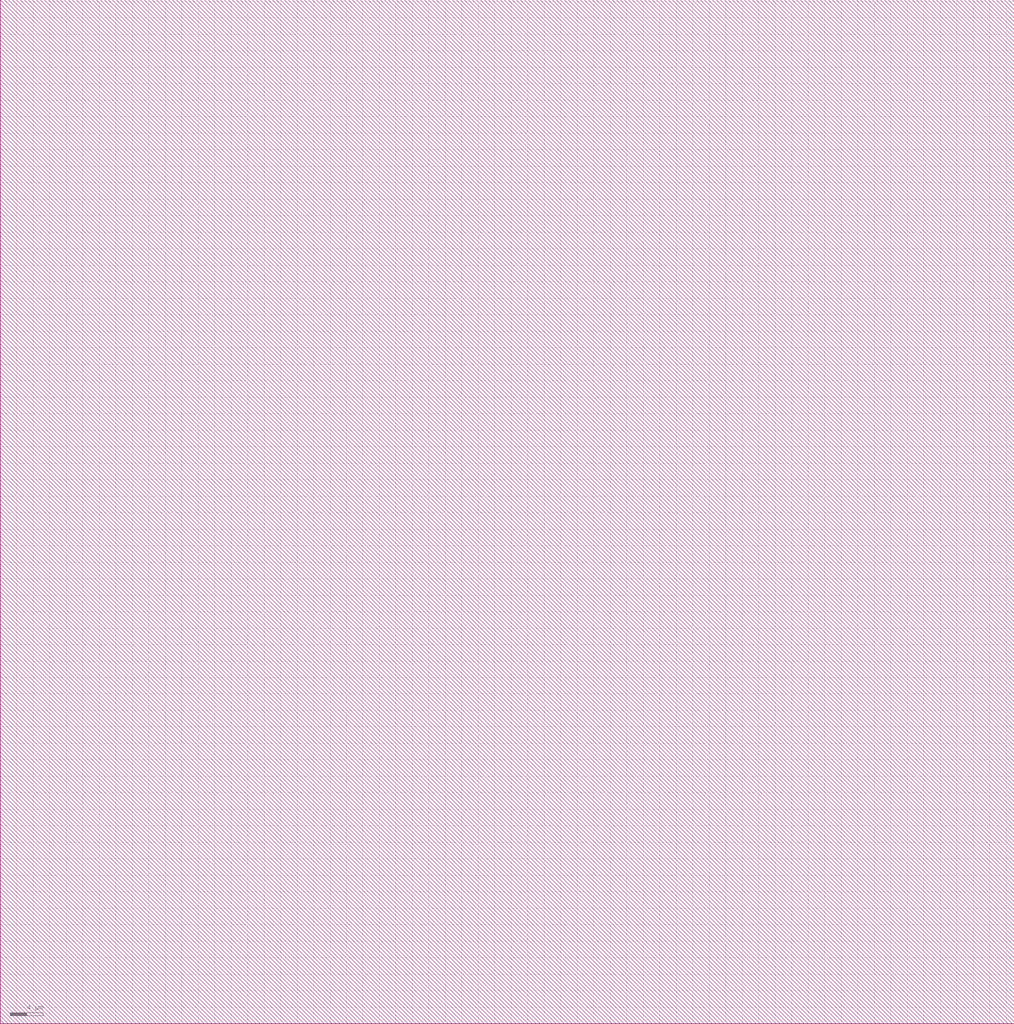
<source format=lef>
VERSION 5.6 ;

BUSBITCHARS "[]" ;

DIVIDERCHAR "/" ;

UNITS
    DATABASE MICRONS 1000 ;
END UNITS

MANUFACTURINGGRID 0.005000 ; 

CLEARANCEMEASURE EUCLIDEAN ; 

USEMINSPACING OBS ON ; 

SITE CoreSite
    CLASS CORE ;
    SIZE 0.600000 BY 0.300000 ;
END CoreSite

LAYER li
   TYPE ROUTING ;
   DIRECTION VERTICAL ;
   MINWIDTH 0.300000 ;
   AREA 0.056250 ;
   WIDTH 0.300000 ;
   SPACINGTABLE
      PARALLELRUNLENGTH 0.0
      WIDTH 0.0 0.225000 ;
   PITCH 0.600000 0.600000 ;
END li

LAYER mcon
    TYPE CUT ;
    SPACING 0.225000 ;
    WIDTH 0.300000 ;
    ENCLOSURE ABOVE 0.075000 0.075000 ;
    ENCLOSURE BELOW 0.000000 0.000000 ;
END mcon

LAYER met1
   TYPE ROUTING ;
   DIRECTION HORIZONTAL ;
   MINWIDTH 0.150000 ;
   AREA 0.084375 ;
   WIDTH 0.150000 ;
   SPACINGTABLE
      PARALLELRUNLENGTH 0.0
      WIDTH 0.0 0.150000 ;
   PITCH 0.300000 0.300000 ;
END met1

LAYER v1
    TYPE CUT ;
    SPACING 0.075000 ;
    WIDTH 0.300000 ;
    ENCLOSURE ABOVE 0.075000 0.075000 ;
    ENCLOSURE BELOW 0.075000 0.075000 ;
END v1

LAYER met2
   TYPE ROUTING ;
   DIRECTION VERTICAL ;
   MINWIDTH 0.150000 ;
   AREA 0.073125 ;
   WIDTH 0.150000 ;
   SPACINGTABLE
      PARALLELRUNLENGTH 0.0
      WIDTH 0.0 0.150000 ;
   PITCH 0.300000 0.300000 ;
END met2

LAYER v2
    TYPE CUT ;
    SPACING 0.150000 ;
    WIDTH 0.300000 ;
    ENCLOSURE ABOVE 0.075000 0.075000 ;
    ENCLOSURE BELOW 0.075000 0.000000 ;
END v2

LAYER met3
   TYPE ROUTING ;
   DIRECTION HORIZONTAL ;
   MINWIDTH 0.300000 ;
   AREA 0.241875 ;
   WIDTH 0.300000 ;
   SPACINGTABLE
      PARALLELRUNLENGTH 0.0
      WIDTH 0.0 0.300000 ;
   PITCH 0.600000 0.600000 ;
END met3

LAYER v3
    TYPE CUT ;
    SPACING 0.150000 ;
    WIDTH 0.450000 ;
    ENCLOSURE ABOVE 0.075000 0.075000 ;
    ENCLOSURE BELOW 0.075000 0.000000 ;
END v3

LAYER met4
   TYPE ROUTING ;
   DIRECTION VERTICAL ;
   MINWIDTH 0.300000 ;
   AREA 0.241875 ;
   WIDTH 0.300000 ;
   SPACINGTABLE
      PARALLELRUNLENGTH 0.0
      WIDTH 0.0 0.300000 ;
   PITCH 0.600000 0.600000 ;
END met4

LAYER v4
    TYPE CUT ;
    SPACING 0.450000 ;
    WIDTH 1.200000 ;
    ENCLOSURE ABOVE 0.150000 0.150000 ;
    ENCLOSURE BELOW 0.000000 0.000000 ;
END v4

LAYER met5
   TYPE ROUTING ;
   DIRECTION HORIZONTAL ;
   MINWIDTH 1.650000 ;
   AREA 4.005000 ;
   WIDTH 1.650000 ;
   SPACINGTABLE
      PARALLELRUNLENGTH 0.0
      WIDTH 0.0 1.650000 ;
   PITCH 3.300000 3.300000 ;
END met5

LAYER OVERLAP
   TYPE OVERLAP ;
END OVERLAP

VIA mcon_C DEFAULT
   LAYER li ;
     RECT -0.150000 -0.150000 0.150000 0.150000 ;
   LAYER mcon ;
     RECT -0.150000 -0.150000 0.150000 0.150000 ;
   LAYER met1 ;
     RECT -0.225000 -0.225000 0.225000 0.225000 ;
END mcon_C

VIA v1_C DEFAULT
   LAYER met1 ;
     RECT -0.225000 -0.225000 0.225000 0.225000 ;
   LAYER v1 ;
     RECT -0.150000 -0.150000 0.150000 0.150000 ;
   LAYER met2 ;
     RECT -0.225000 -0.225000 0.225000 0.225000 ;
END v1_C

VIA v2_C DEFAULT
   LAYER met2 ;
     RECT -0.150000 -0.225000 0.150000 0.225000 ;
   LAYER v2 ;
     RECT -0.150000 -0.150000 0.150000 0.150000 ;
   LAYER met3 ;
     RECT -0.225000 -0.225000 0.225000 0.225000 ;
END v2_C

VIA v2_Ch
   LAYER met2 ;
     RECT -0.225000 -0.150000 0.225000 0.150000 ;
   LAYER v2 ;
     RECT -0.150000 -0.150000 0.150000 0.150000 ;
   LAYER met3 ;
     RECT -0.225000 -0.225000 0.225000 0.225000 ;
END v2_Ch

VIA v2_Cv
   LAYER met2 ;
     RECT -0.150000 -0.225000 0.150000 0.225000 ;
   LAYER v2 ;
     RECT -0.150000 -0.150000 0.150000 0.150000 ;
   LAYER met3 ;
     RECT -0.225000 -0.225000 0.225000 0.225000 ;
END v2_Cv

VIA v3_C DEFAULT
   LAYER met3 ;
     RECT -0.300000 -0.225000 0.300000 0.225000 ;
   LAYER v3 ;
     RECT -0.225000 -0.225000 0.225000 0.225000 ;
   LAYER met4 ;
     RECT -0.300000 -0.300000 0.300000 0.300000 ;
END v3_C

VIA v3_Ch
   LAYER met3 ;
     RECT -0.300000 -0.225000 0.300000 0.225000 ;
   LAYER v3 ;
     RECT -0.225000 -0.225000 0.225000 0.225000 ;
   LAYER met4 ;
     RECT -0.300000 -0.300000 0.300000 0.300000 ;
END v3_Ch

VIA v3_Cv
   LAYER met3 ;
     RECT -0.300000 -0.225000 0.300000 0.225000 ;
   LAYER v3 ;
     RECT -0.225000 -0.225000 0.225000 0.225000 ;
   LAYER met4 ;
     RECT -0.300000 -0.300000 0.300000 0.300000 ;
END v3_Cv

VIA v4_C DEFAULT
   LAYER met4 ;
     RECT -0.600000 -0.600000 0.600000 0.600000 ;
   LAYER v4 ;
     RECT -0.600000 -0.600000 0.600000 0.600000 ;
   LAYER met5 ;
     RECT -0.750000 -0.750000 0.750000 0.750000 ;
END v4_C

MACRO _0_0std_0_0cells_0_0TIELOX1
    CLASS CORE ;
    FOREIGN _0_0std_0_0cells_0_0TIELOX1 0.000000 0.000000 ;
    ORIGIN 0.000000 0.000000 ;
    SIZE 2.400000 BY 3.000000 ;
    SYMMETRY X Y ;
    SITE CoreSite ;
    PIN Y
        DIRECTION OUTPUT ;
        USE SIGNAL ;
        PORT
        LAYER li ;
        RECT 0.600000 0.525000 0.675000 0.600000 ;
        RECT 0.600000 0.300000 0.900000 0.525000 ;
        RECT 0.675000 0.750000 0.900000 0.825000 ;
        RECT 0.675000 0.525000 0.900000 0.750000 ;
        END
        ANTENNADIFFAREA 0.168750 ;
    END Y
    PIN Vdd
        DIRECTION INPUT ;
        USE POWER ;
        PORT
        LAYER li ;
        RECT 0.600000 2.625000 0.900000 2.700000 ;
        RECT 0.600000 2.400000 0.675000 2.625000 ;
        RECT 0.675000 2.400000 0.900000 2.625000 ;
        RECT 0.675000 2.100000 0.900000 2.400000 ;
        RECT 0.675000 1.875000 0.900000 2.100000 ;
        RECT 0.675000 1.800000 0.900000 1.875000 ;
        LAYER mcon ;
        RECT 0.675000 2.400000 0.900000 2.625000 ;
        LAYER met1 ;
        RECT 0.600000 2.625000 0.975000 2.700000 ;
        RECT 0.600000 2.400000 0.675000 2.625000 ;
        RECT 0.600000 2.325000 0.975000 2.400000 ;
        RECT 0.675000 2.400000 0.900000 2.625000 ;
        RECT 0.900000 2.400000 0.975000 2.625000 ;
        END
        ANTENNADIFFAREA 0.281250 ;
    END Vdd
    PIN GND
        DIRECTION INPUT ;
        USE GROUND ;
        PORT
        LAYER li ;
        RECT 1.725000 0.300000 2.100000 0.600000 ;
        RECT 1.125000 0.600000 1.200000 0.825000 ;
        RECT 1.200000 0.600000 1.425000 0.825000 ;
        RECT 1.425000 0.600000 1.800000 0.825000 ;
        RECT 1.800000 0.600000 2.025000 0.825000 ;
        RECT 2.025000 0.600000 2.100000 0.825000 ;
        LAYER mcon ;
        RECT 1.800000 0.600000 2.025000 0.825000 ;
        LAYER met1 ;
        RECT 1.725000 0.825000 2.100000 0.900000 ;
        RECT 1.725000 0.600000 1.800000 0.825000 ;
        RECT 1.725000 0.300000 2.100000 0.600000 ;
        RECT 1.800000 0.600000 2.025000 0.825000 ;
        RECT 2.025000 0.600000 2.100000 0.825000 ;
        END
        ANTENNADIFFAREA 0.168750 ;
    END GND
    OBS
        LAYER li ;
        RECT 1.125000 1.875000 1.200000 2.100000 ;
        RECT 1.200000 1.875000 1.425000 2.100000 ;
        RECT 1.425000 1.875000 2.025000 2.100000 ;
        RECT 1.725000 1.425000 2.100000 1.500000 ;
        RECT 1.725000 1.200000 1.800000 1.425000 ;
        RECT 1.725000 1.125000 2.100000 1.200000 ;
        RECT 1.800000 1.500000 2.025000 1.875000 ;
        RECT 1.800000 1.200000 2.025000 1.425000 ;
        RECT 2.025000 1.200000 2.100000 1.425000 ;
    END
END _0_0std_0_0cells_0_0TIELOX1

MACRO welltap_svt
    CLASS CORE WELLTAP ;
    FOREIGN welltap_svt 0.000000 0.000000 ;
    ORIGIN 0.000000 0.000000 ;
    SIZE 1.200000 BY 2.100000 ;
    SYMMETRY X Y ;
    SITE CoreSite ;
    PIN Vdd
        DIRECTION INPUT ;
        USE POWER ;
        PORT
        LAYER li ;
        RECT 0.600000 1.500000 0.900000 1.800000 ;
        END
    END Vdd
    PIN GND
        DIRECTION INPUT ;
        USE GROUND ;
        PORT
        LAYER li ;
        RECT 0.600000 0.300000 0.900000 0.600000 ;
        END
    END GND
END welltap_svt

MACRO circuitppnp
   CLASS CORE ;
   FOREIGN circuitppnp 0.000000 0.000000 ;
   ORIGIN 0.000000 0.000000 ; 
   SIZE 123.000000 BY 124.200000 ; 
   SYMMETRY X Y ;
   SITE CoreSite ;
END circuitppnp

MACRO circuitwell
   CLASS CORE ;
   FOREIGN circuitwell 0.000000 0.000000 ;
   ORIGIN 0.000000 0.000000 ; 
   SIZE 123.000000 BY 124.200000 ; 
   SYMMETRY X Y ;
   SITE CoreSite ;
END circuitwell


</source>
